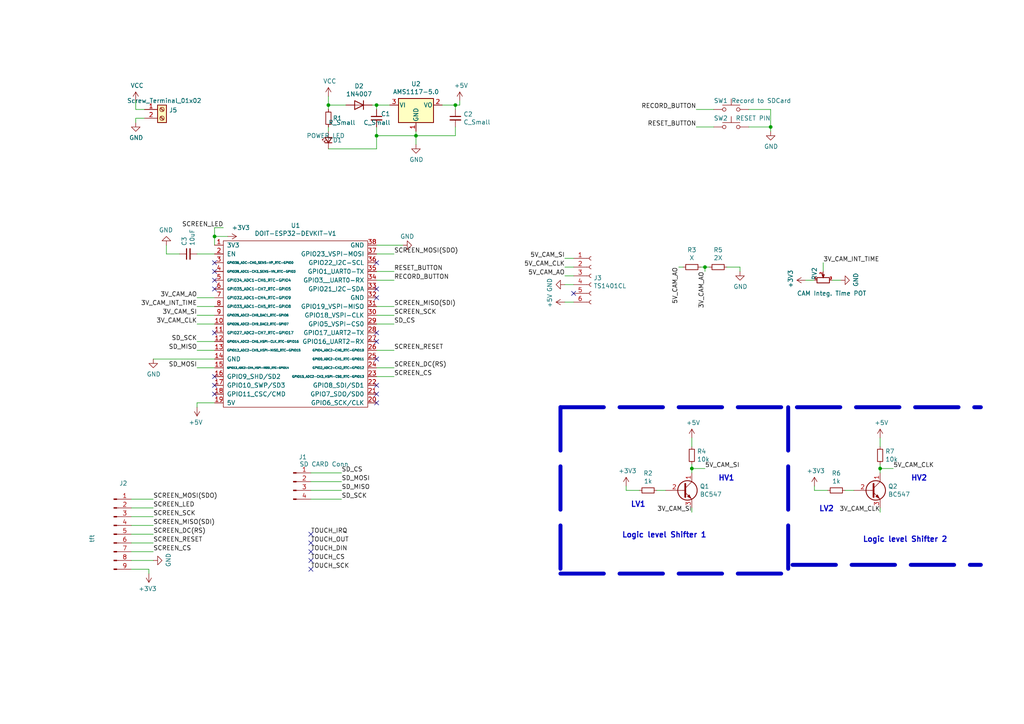
<source format=kicad_sch>
(kicad_sch (version 20211123) (generator eeschema)
  (paper "A4")
  (lib_symbols
    (symbol "Connector:Conn_01x04_Male" (pin_names (offset 1.016) hide)
      (property "Reference" "J" (at 0 5.08 0))
      (property "Value" "Conn_01x04_Male" (at 0 -7.62 0))
      (symbol "Conn_01x04_Male_1_1"
        (polyline (pts (xy 1.27 -5.08) (xy 0.8636 -5.08)) (stroke (width 0.1524)))
        (polyline (pts (xy 1.27 -2.54) (xy 0.8636 -2.54)) (stroke (width 0.1524)))
        (polyline (pts (xy 1.27 0) (xy 0.8636 0)) (stroke (width 0.1524)))
        (polyline (pts (xy 1.27 2.54) (xy 0.8636 2.54)) (stroke (width 0.1524)))
        (rectangle (start 0.8636 -4.953) (end 0 -5.207) (stroke (width 0.1524)) (fill (type outline)))
        (rectangle (start 0.8636 -2.413) (end 0 -2.667) (stroke (width 0.1524)) (fill (type outline)))
        (rectangle (start 0.8636 0.127) (end 0 -0.127) (stroke (width 0.1524)) (fill (type outline)))
        (rectangle (start 0.8636 2.667) (end 0 2.413) (stroke (width 0.1524)) (fill (type outline)))
        (pin passive line (at 5.08 2.54 180) (length 3.81) (name "Pin_1") (number "1"))
        (pin passive line (at 5.08 0 180) (length 3.81) (name "Pin_2") (number "2"))
        (pin passive line (at 5.08 -2.54 180) (length 3.81) (name "Pin_3") (number "3"))
        (pin passive line (at 5.08 -5.08 180) (length 3.81) (name "Pin_4") (number "4"))
      )
    )
    (symbol "Connector:Conn_01x06_Female" (pin_names (offset 1.016) hide)
      (property "Reference" "J" (at 0 7.62 0))
      (property "Value" "Conn_01x06_Female" (at 0 -10.16 0))
      (symbol "Conn_01x06_Female_1_1"
        (arc (start 0 -7.112) (mid -0.508 -7.62) (end 0 -8.128) (stroke (width 0.1524)))
        (arc (start 0 -4.572) (mid -0.508 -5.08) (end 0 -5.588) (stroke (width 0.1524)))
        (arc (start 0 -2.032) (mid -0.508 -2.54) (end 0 -3.048) (stroke (width 0.1524)))
        (polyline (pts (xy -1.27 -7.62) (xy -0.508 -7.62)) (stroke (width 0.1524)))
        (polyline (pts (xy -1.27 -5.08) (xy -0.508 -5.08)) (stroke (width 0.1524)))
        (polyline (pts (xy -1.27 -2.54) (xy -0.508 -2.54)) (stroke (width 0.1524)))
        (polyline (pts (xy -1.27 0) (xy -0.508 0)) (stroke (width 0.1524)))
        (polyline (pts (xy -1.27 2.54) (xy -0.508 2.54)) (stroke (width 0.1524)))
        (polyline (pts (xy -1.27 5.08) (xy -0.508 5.08)) (stroke (width 0.1524)))
        (arc (start 0 0.508) (mid -0.508 0) (end 0 -0.508) (stroke (width 0.1524)))
        (arc (start 0 3.048) (mid -0.508 2.54) (end 0 2.032) (stroke (width 0.1524)))
        (arc (start 0 5.588) (mid -0.508 5.08) (end 0 4.572) (stroke (width 0.1524)))
        (pin passive line (at -5.08 5.08 0) (length 3.81) (name "Pin_1") (number "1"))
        (pin passive line (at -5.08 2.54 0) (length 3.81) (name "Pin_2") (number "2"))
        (pin passive line (at -5.08 0 0) (length 3.81) (name "Pin_3") (number "3"))
        (pin passive line (at -5.08 -2.54 0) (length 3.81) (name "Pin_4") (number "4"))
        (pin passive line (at -5.08 -5.08 0) (length 3.81) (name "Pin_5") (number "5"))
        (pin passive line (at -5.08 -7.62 0) (length 3.81) (name "Pin_6") (number "6"))
      )
    )
    (symbol "Connector:Conn_01x09_Male" (pin_names (offset 1.016) hide)
      (property "Reference" "J" (at 0 12.7 0))
      (property "Value" "Conn_01x09_Male" (at 0 -12.7 0))
      (symbol "Conn_01x09_Male_1_1"
        (polyline (pts (xy 1.27 -10.16) (xy 0.8636 -10.16)) (stroke (width 0.1524)))
        (polyline (pts (xy 1.27 -7.62) (xy 0.8636 -7.62)) (stroke (width 0.1524)))
        (polyline (pts (xy 1.27 -5.08) (xy 0.8636 -5.08)) (stroke (width 0.1524)))
        (polyline (pts (xy 1.27 -2.54) (xy 0.8636 -2.54)) (stroke (width 0.1524)))
        (polyline (pts (xy 1.27 0) (xy 0.8636 0)) (stroke (width 0.1524)))
        (polyline (pts (xy 1.27 2.54) (xy 0.8636 2.54)) (stroke (width 0.1524)))
        (polyline (pts (xy 1.27 5.08) (xy 0.8636 5.08)) (stroke (width 0.1524)))
        (polyline (pts (xy 1.27 7.62) (xy 0.8636 7.62)) (stroke (width 0.1524)))
        (polyline (pts (xy 1.27 10.16) (xy 0.8636 10.16)) (stroke (width 0.1524)))
        (rectangle (start 0.8636 -10.033) (end 0 -10.287) (stroke (width 0.1524)) (fill (type outline)))
        (rectangle (start 0.8636 -7.493) (end 0 -7.747) (stroke (width 0.1524)) (fill (type outline)))
        (rectangle (start 0.8636 -4.953) (end 0 -5.207) (stroke (width 0.1524)) (fill (type outline)))
        (rectangle (start 0.8636 -2.413) (end 0 -2.667) (stroke (width 0.1524)) (fill (type outline)))
        (rectangle (start 0.8636 0.127) (end 0 -0.127) (stroke (width 0.1524)) (fill (type outline)))
        (rectangle (start 0.8636 2.667) (end 0 2.413) (stroke (width 0.1524)) (fill (type outline)))
        (rectangle (start 0.8636 5.207) (end 0 4.953) (stroke (width 0.1524)) (fill (type outline)))
        (rectangle (start 0.8636 7.747) (end 0 7.493) (stroke (width 0.1524)) (fill (type outline)))
        (rectangle (start 0.8636 10.287) (end 0 10.033) (stroke (width 0.1524)) (fill (type outline)))
        (pin passive line (at 5.08 10.16 180) (length 3.81) (name "Pin_1") (number "1"))
        (pin passive line (at 5.08 7.62 180) (length 3.81) (name "Pin_2") (number "2"))
        (pin passive line (at 5.08 5.08 180) (length 3.81) (name "Pin_3") (number "3"))
        (pin passive line (at 5.08 2.54 180) (length 3.81) (name "Pin_4") (number "4"))
        (pin passive line (at 5.08 0 180) (length 3.81) (name "Pin_5") (number "5"))
        (pin passive line (at 5.08 -2.54 180) (length 3.81) (name "Pin_6") (number "6"))
        (pin passive line (at 5.08 -5.08 180) (length 3.81) (name "Pin_7") (number "7"))
        (pin passive line (at 5.08 -7.62 180) (length 3.81) (name "Pin_8") (number "8"))
        (pin passive line (at 5.08 -10.16 180) (length 3.81) (name "Pin_9") (number "9"))
      )
    )
    (symbol "Connector:Screw_Terminal_01x02" (pin_names (offset 1.016) hide)
      (property "Reference" "J" (at 0 2.54 0))
      (property "Value" "Screw_Terminal_01x02" (at 0 -5.08 0))
      (symbol "Screw_Terminal_01x02_1_1"
        (rectangle (start -1.27 1.27) (end 1.27 -3.81) (stroke (width 0.254)) (fill (type background)))
        (circle (center 0 -2.54) (radius 0.635) (stroke (width 0.1524)))
        (polyline (pts (xy -0.5334 -2.2098) (xy 0.3302 -3.048)) (stroke (width 0.1524)))
        (polyline (pts (xy -0.5334 0.3302) (xy 0.3302 -0.508)) (stroke (width 0.1524)))
        (polyline (pts (xy -0.3556 -2.032) (xy 0.508 -2.8702)) (stroke (width 0.1524)))
        (polyline (pts (xy -0.3556 0.508) (xy 0.508 -0.3302)) (stroke (width 0.1524)))
        (circle (center 0 0) (radius 0.635) (stroke (width 0.1524)))
        (pin passive line (at -5.08 0 0) (length 3.81) (name "Pin_1") (number "1"))
        (pin passive line (at -5.08 -2.54 0) (length 3.81) (name "Pin_2") (number "2"))
      )
    )
    (symbol "Device:C_Small" (pin_numbers hide) (pin_names (offset 0.254) hide)
      (property "Reference" "C" (at 0.254 1.778 0))
      (property "Value" "C_Small" (at 0.254 -2.032 0))
      (symbol "C_Small_0_1"
        (polyline (pts (xy -1.524 -0.508) (xy 1.524 -0.508)) (stroke (width 0.3302)))
        (polyline (pts (xy -1.524 0.508) (xy 1.524 0.508)) (stroke (width 0.3048)))
      )
      (symbol "C_Small_1_1"
        (pin passive line (at 0 2.54 270) (length 2.032) (name "~") (number "1"))
        (pin passive line (at 0 -2.54 90) (length 2.032) (name "~") (number "2"))
      )
    )
    (symbol "Device:LED_Small" (pin_numbers hide) (pin_names (offset 0.254) hide)
      (property "Reference" "D" (at -1.27 3.175 0))
      (property "Value" "LED_Small" (at -4.445 -2.54 0))
      (symbol "LED_Small_0_1"
        (polyline (pts (xy -0.762 -1.016) (xy -0.762 1.016)) (stroke (width 0.254)))
        (polyline (pts (xy 1.016 0) (xy -0.762 0)))
        (polyline (pts (xy 0.762 -1.016) (xy -0.762 0) (xy 0.762 1.016) (xy 0.762 -1.016)) (stroke (width 0.254)))
        (polyline (pts (xy 0 0.762) (xy -0.508 1.27) (xy -0.254 1.27) (xy -0.508 1.27) (xy -0.508 1.016)))
        (polyline (pts (xy 0.508 1.27) (xy 0 1.778) (xy 0.254 1.778) (xy 0 1.778) (xy 0 1.524)))
      )
      (symbol "LED_Small_1_1"
        (pin passive line (at -2.54 0 0) (length 1.778) (name "K") (number "1"))
        (pin passive line (at 2.54 0 180) (length 1.778) (name "A") (number "2"))
      )
    )
    (symbol "Device:R_Small" (pin_numbers hide) (pin_names (offset 0.254) hide)
      (property "Reference" "R" (at 0.762 0.508 0))
      (property "Value" "R_Small" (at 0.762 -1.016 0))
      (symbol "R_Small_0_1"
        (rectangle (start -0.762 1.778) (end 0.762 -1.778) (stroke (width 0.2032)))
      )
      (symbol "R_Small_1_1"
        (pin passive line (at 0 2.54 270) (length 0.762) (name "~") (number "1"))
        (pin passive line (at 0 -2.54 90) (length 0.762) (name "~") (number "2"))
      )
    )
    (symbol "Diode:1N4007" (pin_numbers hide) (pin_names (offset 1.016) hide)
      (property "Reference" "D" (at 0 2.54 0))
      (property "Value" "1N4007" (at 0 -2.54 0))
      (symbol "1N4007_0_1"
        (polyline (pts (xy -1.27 1.27) (xy -1.27 -1.27)) (stroke (width 0.254)))
        (polyline (pts (xy 1.27 0) (xy -1.27 0)))
        (polyline (pts (xy 1.27 1.27) (xy 1.27 -1.27) (xy -1.27 0) (xy 1.27 1.27)) (stroke (width 0.254)))
      )
      (symbol "1N4007_1_1"
        (pin passive line (at -3.81 0 0) (length 2.54) (name "K") (number "1"))
        (pin passive line (at 3.81 0 180) (length 2.54) (name "A") (number "2"))
      )
    )
    (symbol "Regulator_Linear:AMS1117-5.0" (pin_names (offset 0.254))
      (property "Reference" "U" (at -3.81 3.175 0))
      (property "Value" "AMS1117-5.0" (at 0 3.175 0))
      (symbol "AMS1117-5.0_0_1"
        (rectangle (start -5.08 -5.08) (end 5.08 1.905) (stroke (width 0.254)) (fill (type background)))
      )
      (symbol "AMS1117-5.0_1_1"
        (pin power_in line (at 0 -7.62 90) (length 2.54) (name "GND") (number "1"))
        (pin power_out line (at 7.62 0 180) (length 2.54) (name "VO") (number "2"))
        (pin power_in line (at -7.62 0 0) (length 2.54) (name "VI") (number "3"))
      )
    )
    (symbol "Switch:SW_Push" (pin_numbers hide) (pin_names (offset 1.016) hide)
      (property "Reference" "SW" (at 1.27 2.54 0))
      (property "Value" "SW_Push" (at 0 -1.524 0))
      (symbol "SW_Push_0_1"
        (circle (center -2.032 0) (radius 0.508))
        (polyline (pts (xy 0 1.27) (xy 0 3.048)))
        (polyline (pts (xy 2.54 1.27) (xy -2.54 1.27)))
        (circle (center 2.032 0) (radius 0.508))
        (pin passive line (at -5.08 0 0) (length 2.54) (name "1") (number "1"))
        (pin passive line (at 5.08 0 180) (length 2.54) (name "2") (number "2"))
      )
    )
    (symbol "Transistor_BJT:BC547" (pin_names (offset 0) hide)
      (property "Reference" "Q" (at 5.08 1.905 0))
      (property "Value" "BC547" (at 5.08 0 0))
      (symbol "BC547_0_1"
        (polyline (pts (xy 0 0) (xy 0.635 0)))
        (polyline (pts (xy 0.635 0.635) (xy 2.54 2.54)))
        (polyline (pts (xy 0.635 -0.635) (xy 2.54 -2.54) (xy 2.54 -2.54)))
        (polyline (pts (xy 0.635 1.905) (xy 0.635 -1.905) (xy 0.635 -1.905)) (stroke (width 0.508)))
        (polyline (pts (xy 1.27 -1.778) (xy 1.778 -1.27) (xy 2.286 -2.286) (xy 1.27 -1.778) (xy 1.27 -1.778)) (fill (type outline)))
        (circle (center 1.27 0) (radius 2.8194) (stroke (width 0.254)))
      )
      (symbol "BC547_1_1"
        (pin passive line (at 2.54 5.08 270) (length 2.54) (name "C") (number "1"))
        (pin input line (at -5.08 0 0) (length 5.08) (name "B") (number "2"))
        (pin passive line (at 2.54 -5.08 90) (length 2.54) (name "E") (number "3"))
      )
    )
    (symbol "power:+3.3V" (power) (pin_names (offset 0))
      (property "Value" "+3.3V" (at 0 3.556 0))
      (symbol "+3.3V_0_1"
        (polyline (pts (xy -0.762 1.27) (xy 0 2.54)))
        (polyline (pts (xy 0 0) (xy 0 2.54)))
        (polyline (pts (xy 0 2.54) (xy 0.762 1.27)))
      )
      (symbol "+3.3V_1_1"
        (pin power_in line (at 0 0 90) (length 0) hide (name "+3V3") (number "1"))
      )
    )
    (symbol "power:+5V" (power) (pin_names (offset 0))
      (property "Value" "+5V" (at 0 3.556 0))
      (symbol "+5V_0_1"
        (polyline (pts (xy -0.762 1.27) (xy 0 2.54)))
        (polyline (pts (xy 0 0) (xy 0 2.54)))
        (polyline (pts (xy 0 2.54) (xy 0.762 1.27)))
      )
      (symbol "+5V_1_1"
        (pin power_in line (at 0 0 90) (length 0) hide (name "+5V") (number "1"))
      )
    )
    (symbol "power:GND" (power) (pin_names (offset 0))
      (property "Value" "GND" (at 0 -3.81 0))
      (symbol "GND_0_1"
        (polyline (pts (xy 0 0) (xy 0 -1.27) (xy 1.27 -1.27) (xy 0 -2.54) (xy -1.27 -1.27) (xy 0 -1.27)))
      )
      (symbol "GND_1_1"
        (pin power_in line (at 0 0 270) (length 0) hide (name "GND") (number "1"))
      )
    )
    (symbol "power:VCC" (power) (pin_names (offset 0))
      (property "Value" "VCC" (at 0 3.81 0))
      (symbol "VCC_0_1"
        (polyline (pts (xy -0.762 1.27) (xy 0 2.54)))
        (polyline (pts (xy 0 0) (xy 0 2.54)))
        (polyline (pts (xy 0 2.54) (xy 0.762 1.27)))
      )
      (symbol "VCC_1_1"
        (pin power_in line (at 0 0 90) (length 0) hide (name "VCC") (number "1"))
      )
    )
    (symbol "test-rescue:DOIT-ESP32-DEVKIT-V1-doit-esp32-devkit-v1-36PIN" (pin_names (offset 1.016))
      (property "Reference" "U" (at -1.27 11.43 0))
      (property "Value" "DOIT-ESP32-DEVKIT-V1-doit-esp32-devkit-v1-36PIN" (at 0 13.97 0))
      (symbol "DOIT-ESP32-DEVKIT-V1-doit-esp32-devkit-v1-36PIN_0_1"
        (rectangle (start 20.32 10.16) (end -21.59 -38.1))
      )
      (symbol "DOIT-ESP32-DEVKIT-V1-doit-esp32-devkit-v1-36PIN_1_1"
        (pin output line (at -24.13 8.89 0) (length 2.54) (name "3V3") (number "1"))
        (pin bidirectional line (at -24.13 -13.97 0) (length 2.54) (name "GPIO26_ADC2-CH9_DAC2_RTC-GPIO7") (number "10"))
        (pin bidirectional line (at -24.13 -16.51 0) (length 2.54) (name "GPIO27_ADC2-CH7_RTC-GPIO17") (number "11"))
        (pin bidirectional line (at -24.13 -19.05 0) (length 2.54) (name "GPIO14_ADC2-CH6_HSPI-CLK_RTC-GPIO16") (number "12"))
        (pin bidirectional line (at -24.13 -21.59 0) (length 2.54) (name "GPIO12_ADC2-CH5_HSPI-MISO_RTC-GPIO15") (number "13"))
        (pin bidirectional line (at -24.13 -24.13 0) (length 2.54) (name "GND") (number "14"))
        (pin bidirectional line (at -24.13 -26.67 0) (length 2.54) (name "GPIO13_ADC2-CH4_HSPI-MOSI_RTC-GPIO14") (number "15"))
        (pin unspecified line (at -24.13 -29.21 0) (length 2.54) (name "GPIO9_SHD/SD2") (number "16"))
        (pin unspecified line (at -24.13 -31.75 0) (length 2.54) (name "GPIO10_SWP/SD3") (number "17"))
        (pin unspecified line (at -24.13 -34.29 0) (length 2.54) (name "GPIO11_CSC/CMD") (number "18"))
        (pin bidirectional line (at -24.13 -36.83 0) (length 2.54) (name "5V") (number "19"))
        (pin output line (at -24.13 6.35 0) (length 2.54) (name "EN") (number "2"))
        (pin unspecified line (at 22.86 -36.83 180) (length 2.54) (name "GPIO6_SCK/CLK") (number "20"))
        (pin unspecified line (at 22.86 -34.29 180) (length 2.54) (name "GPIO7_SDO/SD0") (number "21"))
        (pin unspecified line (at 22.86 -31.75 180) (length 2.54) (name "GPIO8_SDI/SD1") (number "22"))
        (pin bidirectional line (at 22.86 -29.21 180) (length 2.54) (name "GPIO15_ADC2-CH3_HSPI-CS0_RTC-GPIO13") (number "23"))
        (pin bidirectional line (at 22.86 -26.67 180) (length 2.54) (name "GPIO2_ADC2-CH2_RTC-GPIO12") (number "24"))
        (pin bidirectional line (at 22.86 -24.13 180) (length 2.54) (name "GPIO0_ADC2-CH1_RTC-GPIO11") (number "25"))
        (pin bidirectional line (at 22.86 -21.59 180) (length 2.54) (name "GPIO4_ADC2-CH0_RTC-GPIO10") (number "26"))
        (pin bidirectional line (at 22.86 -19.05 180) (length 2.54) (name "GPIO16_UART2-RX") (number "27"))
        (pin bidirectional line (at 22.86 -16.51 180) (length 2.54) (name "GPIO17_UART2-TX") (number "28"))
        (pin bidirectional line (at 22.86 -13.97 180) (length 2.54) (name "GPIO5_VSPI-CS0") (number "29"))
        (pin bidirectional line (at -24.13 3.81 0) (length 2.54) (name "GPIO36_ADC-CH0_SENS-VP_RTC-GPIO0") (number "3"))
        (pin bidirectional line (at 22.86 -11.43 180) (length 2.54) (name "GPIO18_VSPI-CLK") (number "30"))
        (pin bidirectional line (at 22.86 -8.89 180) (length 2.54) (name "GPIO19_VSPI-MISO") (number "31"))
        (pin output line (at 22.86 -6.35 180) (length 2.54) (name "GND") (number "32"))
        (pin bidirectional line (at 22.86 -3.81 180) (length 2.54) (name "GPIO21_I2C-SDA") (number "33"))
        (pin bidirectional line (at 22.86 -1.27 180) (length 2.54) (name "GPIO3__UART0-RX") (number "34"))
        (pin bidirectional line (at 22.86 1.27 180) (length 2.54) (name "GPIO1_UART0-TX") (number "35"))
        (pin bidirectional line (at 22.86 3.81 180) (length 2.54) (name "GPIO22_I2C-SCL") (number "36"))
        (pin bidirectional line (at 22.86 6.35 180) (length 2.54) (name "GPIO23_VSPI-MOSI") (number "37"))
        (pin output line (at 22.86 8.89 180) (length 2.54) (name "GND") (number "38"))
        (pin bidirectional line (at -24.13 1.27 0) (length 2.54) (name "GPIO39_ADC1-CH3_SENS-VN_RTC-GPIO3") (number "4"))
        (pin bidirectional line (at -24.13 -1.27 0) (length 2.54) (name "GPIO34_ADC1-CH6_RTC-GPIO4") (number "5"))
        (pin bidirectional line (at -24.13 -3.81 0) (length 2.54) (name "GPIO35_ADC1-CH7_RTC-GPIO5") (number "6"))
        (pin bidirectional line (at -24.13 -6.35 0) (length 2.54) (name "GPIO32_ADC1-CH4_RTC-GPIO9") (number "7"))
        (pin bidirectional line (at -24.13 -8.89 0) (length 2.54) (name "GPIO33_ADC1-CH5_RTC-GPIO8") (number "8"))
        (pin bidirectional line (at -24.13 -11.43 0) (length 2.54) (name "GPIO25_ADC2-CH8_DAC1_RTC-GPIO6") (number "9"))
      )
    )
    (symbol "test-rescue:R_POT_Small-Device" (pin_names (offset 1.016) hide)
      (property "Reference" "RV" (at -4.445 0 90))
      (property "Value" "R_POT_Small-Device" (at -2.54 0 90))
      (symbol "R_POT_Small-Device_0_1"
        (polyline (pts (xy 0.889 0) (xy 0.635 0) (xy 1.651 0.381) (xy 1.651 -0.381) (xy 0.635 0) (xy 0.889 0)) (fill (type outline)))
        (rectangle (start 0.762 1.8034) (end -0.762 -1.8034) (stroke (width 0.254)))
      )
      (symbol "R_POT_Small-Device_1_1"
        (pin passive line (at 0 2.54 270) (length 0.635) (name "1") (number "1"))
        (pin passive line (at 2.54 0 180) (length 0.9906) (name "2") (number "2"))
        (pin passive line (at 0 -2.54 90) (length 0.635) (name "3") (number "3"))
      )
    )
  )
  (junction (at 62.23 68.58))
  (junction (at 109.22 30.48))
  (junction (at 204.47 77.47))
  (junction (at 109.22 39.37))
  (junction (at 255.27 135.89))
  (junction (at 200.66 135.89))
  (junction (at 132.08 30.48))
  (junction (at 223.52 36.83))
  (junction (at 95.25 30.48))
  (junction (at 120.65 39.37))
  (no_connect (at 109.22 96.52))
  (no_connect (at 62.23 109.22))
  (no_connect (at 109.22 116.84))
  (no_connect (at 109.22 76.2))
  (no_connect (at 62.23 83.82))
  (no_connect (at 90.17 162.56))
  (no_connect (at 62.23 96.52))
  (no_connect (at 62.23 76.2))
  (no_connect (at 90.17 165.1))
  (no_connect (at 90.17 157.48))
  (no_connect (at 62.23 81.28))
  (no_connect (at 109.22 99.06))
  (no_connect (at 62.23 78.74))
  (no_connect (at 109.22 111.76))
  (no_connect (at 166.37 85.09))
  (no_connect (at 90.17 154.94))
  (no_connect (at 109.22 83.82))
  (no_connect (at 62.23 111.76))
  (no_connect (at 62.23 114.3))
  (no_connect (at 109.22 104.14))
  (no_connect (at 90.17 160.02))
  (no_connect (at 109.22 114.3))
  (no_connect (at 109.22 86.36))
  (wire (pts (xy 109.22 39.37) (xy 109.22 36.83)))
  (wire (pts (xy 114.3 81.28) (xy 109.22 81.28)))
  (wire (pts (xy 128.27 30.48) (xy 132.08 30.48)))
  (wire (pts (xy 132.08 30.48) (xy 132.08 31.75)))
  (wire (pts (xy 90.17 139.7) (xy 99.06 139.7)))
  (polyline (pts (xy 229.87 163.83) (xy 284.48 163.83)) (stroke (width 1.143)))
  (wire (pts (xy 255.27 135.89) (xy 255.27 137.16)))
  (wire (pts (xy 114.3 88.9) (xy 109.22 88.9)))
  (wire (pts (xy 62.23 99.06) (xy 57.15 99.06)))
  (wire (pts (xy 255.27 129.54) (xy 255.27 127)))
  (wire (pts (xy 200.66 129.54) (xy 200.66 127)))
  (polyline (pts (xy 162.56 118.11) (xy 162.56 166.37)) (stroke (width 1.143)))
  (wire (pts (xy 38.1 144.78) (xy 44.45 144.78)))
  (wire (pts (xy 114.3 101.6) (xy 109.22 101.6)))
  (wire (pts (xy 200.66 134.62) (xy 200.66 135.89)))
  (wire (pts (xy 114.3 106.68) (xy 109.22 106.68)))
  (wire (pts (xy 57.15 73.66) (xy 62.23 73.66)))
  (wire (pts (xy 132.08 39.37) (xy 120.65 39.37)))
  (wire (pts (xy 223.52 36.83) (xy 223.52 38.1)))
  (wire (pts (xy 214.63 78.74) (xy 214.63 77.47)))
  (wire (pts (xy 166.37 87.63) (xy 163.83 87.63)))
  (wire (pts (xy 114.3 93.98) (xy 109.22 93.98)))
  (wire (pts (xy 120.65 38.1) (xy 120.65 39.37)))
  (wire (pts (xy 207.01 31.75) (xy 201.93 31.75)))
  (wire (pts (xy 38.1 165.1) (xy 43.18 165.1)))
  (wire (pts (xy 57.15 91.44) (xy 62.23 91.44)))
  (wire (pts (xy 113.03 30.48) (xy 109.22 30.48)))
  (polyline (pts (xy 228.6 118.11) (xy 228.6 166.37)) (stroke (width 1.143)))
  (wire (pts (xy 120.65 39.37) (xy 109.22 39.37)))
  (wire (pts (xy 205.74 77.47) (xy 204.47 77.47)))
  (wire (pts (xy 48.26 73.66) (xy 48.26 71.12)))
  (wire (pts (xy 57.15 88.9) (xy 62.23 88.9)))
  (wire (pts (xy 38.1 162.56) (xy 44.45 162.56)))
  (wire (pts (xy 198.12 77.47) (xy 196.85 77.47)))
  (wire (pts (xy 39.37 29.21) (xy 39.37 31.75)))
  (wire (pts (xy 109.22 30.48) (xy 109.22 31.75)))
  (wire (pts (xy 200.66 148.59) (xy 200.66 147.32)))
  (wire (pts (xy 190.5 142.24) (xy 193.04 142.24)))
  (wire (pts (xy 95.25 27.94) (xy 95.25 30.48)))
  (wire (pts (xy 62.23 101.6) (xy 57.15 101.6)))
  (wire (pts (xy 166.37 82.55) (xy 163.83 82.55)))
  (wire (pts (xy 223.52 31.75) (xy 223.52 36.83)))
  (wire (pts (xy 109.22 43.18) (xy 109.22 39.37)))
  (wire (pts (xy 238.76 78.74) (xy 238.76 76.2)))
  (wire (pts (xy 95.25 36.83) (xy 95.25 38.1)))
  (wire (pts (xy 255.27 148.59) (xy 255.27 147.32)))
  (wire (pts (xy 90.17 137.16) (xy 99.06 137.16)))
  (wire (pts (xy 100.33 30.48) (xy 95.25 30.48)))
  (wire (pts (xy 109.22 30.48) (xy 107.95 30.48)))
  (wire (pts (xy 62.23 68.58) (xy 66.04 68.58)))
  (wire (pts (xy 236.22 142.24) (xy 236.22 140.97)))
  (wire (pts (xy 133.35 29.21) (xy 133.35 30.48)))
  (wire (pts (xy 38.1 160.02) (xy 44.45 160.02)))
  (wire (pts (xy 217.17 31.75) (xy 223.52 31.75)))
  (wire (pts (xy 52.07 73.66) (xy 48.26 73.66)))
  (wire (pts (xy 41.91 34.29) (xy 39.37 34.29)))
  (wire (pts (xy 133.35 30.48) (xy 132.08 30.48)))
  (wire (pts (xy 114.3 91.44) (xy 109.22 91.44)))
  (wire (pts (xy 116.84 71.12) (xy 109.22 71.12)))
  (wire (pts (xy 200.66 135.89) (xy 204.47 135.89)))
  (wire (pts (xy 44.45 152.4) (xy 38.1 152.4)))
  (wire (pts (xy 255.27 135.89) (xy 259.08 135.89)))
  (wire (pts (xy 166.37 80.01) (xy 163.83 80.01)))
  (wire (pts (xy 38.1 147.32) (xy 44.45 147.32)))
  (wire (pts (xy 240.03 142.24) (xy 236.22 142.24)))
  (wire (pts (xy 44.45 104.14) (xy 62.23 104.14)))
  (wire (pts (xy 204.47 78.74) (xy 204.47 77.47)))
  (wire (pts (xy 204.47 77.47) (xy 203.2 77.47)))
  (polyline (pts (xy 162.56 166.37) (xy 228.6 166.37)) (stroke (width 1.143)))
  (wire (pts (xy 200.66 135.89) (xy 200.66 137.16)))
  (wire (pts (xy 95.25 31.75) (xy 95.25 30.48)))
  (wire (pts (xy 185.42 142.24) (xy 181.61 142.24)))
  (wire (pts (xy 207.01 36.83) (xy 201.93 36.83)))
  (wire (pts (xy 38.1 157.48) (xy 44.45 157.48)))
  (wire (pts (xy 90.17 142.24) (xy 99.06 142.24)))
  (wire (pts (xy 243.84 81.28) (xy 241.3 81.28)))
  (wire (pts (xy 62.23 106.68) (xy 57.15 106.68)))
  (wire (pts (xy 166.37 77.47) (xy 163.83 77.47)))
  (wire (pts (xy 114.3 73.66) (xy 109.22 73.66)))
  (wire (pts (xy 132.08 36.83) (xy 132.08 39.37)))
  (wire (pts (xy 62.23 116.84) (xy 57.15 116.84)))
  (wire (pts (xy 245.11 142.24) (xy 247.65 142.24)))
  (wire (pts (xy 181.61 142.24) (xy 181.61 140.97)))
  (wire (pts (xy 64.77 66.04) (xy 62.23 66.04)))
  (wire (pts (xy 57.15 116.84) (xy 57.15 118.11)))
  (wire (pts (xy 114.3 109.22) (xy 109.22 109.22)))
  (wire (pts (xy 95.25 43.18) (xy 109.22 43.18)))
  (polyline (pts (xy 162.56 118.11) (xy 284.48 118.11)) (stroke (width 1.143)))
  (wire (pts (xy 41.91 31.75) (xy 39.37 31.75)))
  (wire (pts (xy 214.63 77.47) (xy 210.82 77.47)))
  (wire (pts (xy 90.17 144.78) (xy 99.06 144.78)))
  (wire (pts (xy 62.23 66.04) (xy 62.23 68.58)))
  (wire (pts (xy 62.23 71.12) (xy 62.23 68.58)))
  (wire (pts (xy 38.1 154.94) (xy 44.45 154.94)))
  (wire (pts (xy 38.1 149.86) (xy 44.45 149.86)))
  (wire (pts (xy 43.18 166.37) (xy 43.18 165.1)))
  (wire (pts (xy 255.27 134.62) (xy 255.27 135.89)))
  (wire (pts (xy 39.37 34.29) (xy 39.37 35.56)))
  (wire (pts (xy 236.22 81.28) (xy 233.68 81.28)))
  (wire (pts (xy 120.65 39.37) (xy 120.65 41.91)))
  (wire (pts (xy 217.17 36.83) (xy 223.52 36.83)))
  (wire (pts (xy 62.23 93.98) (xy 57.15 93.98)))
  (wire (pts (xy 57.15 86.36) (xy 62.23 86.36)))
  (wire (pts (xy 114.3 78.74) (xy 109.22 78.74)))
  (wire (pts (xy 166.37 74.93) (xy 163.83 74.93)))
  (text "HV2" (at 264.16 139.7 0) (effects (font (size 1.5494 1.5494) (thickness 0.3099) bold) (justify left bottom)))
  (text "LV1" (at 182.88 147.32 0) (effects (font (size 1.5494 1.5494) (thickness 0.3099) bold) (justify left bottom)))
  (text "Logic level Shifter 2" (at 250.19 157.48 0) (effects (font (size 1.5494 1.5494) (thickness 0.3099) bold) (justify left bottom)))
  (text "LV2" (at 237.49 148.59 0) (effects (font (size 1.5494 1.5494) (thickness 0.3099) bold) (justify left bottom)))
  (text "HV1" (at 208.28 139.7 0) (effects (font (size 1.5494 1.5494) (thickness 0.3099) bold) (justify left bottom)))
  (text "Logic level Shifter 1" (at 180.34 156.21 0) (effects (font (size 1.5494 1.5494) (thickness 0.3099) bold) (justify left bottom)))
  (label "5V_CAM_CLK" (at 163.83 77.47 180))
  (label "SD_MOSI" (at 57.15 106.68 180))
  (label "SCREEN_LED" (at 44.45 147.32 0))
  (label "SD_CS" (at 114.3 93.98 0))
  (label "SCREEN_RESET" (at 114.3 101.6 0))
  (label "SD_SCK" (at 99.06 144.78 0))
  (label "RECORD_BUTTON" (at 201.93 31.75 180))
  (label "RECORD_BUTTON" (at 114.3 81.28 0))
  (label "SCREEN_DC(RS)" (at 114.3 106.68 0))
  (label "SCREEN_MISO(SDI)" (at 114.3 88.9 0))
  (label "5V_CAM_SI" (at 163.83 74.93 180))
  (label "3V_CAM_INT_TIME" (at 238.76 76.2 0))
  (label "SCREEN_CS" (at 44.45 160.02 0))
  (label "SCREEN_SCK" (at 44.45 149.86 0))
  (label "TOUCH_DIN" (at 90.17 160.02 0))
  (label "SCREEN_RESET" (at 44.45 157.48 0))
  (label "3V_CAM_CLK" (at 57.15 93.98 180))
  (label "SCREEN_LED" (at 64.77 66.04 180))
  (label "SD_CS" (at 99.06 137.16 0))
  (label "SCREEN_MOSI(SDO)" (at 44.45 144.78 0))
  (label "SCREEN_SCK" (at 114.3 91.44 0))
  (label "3V_CAM_SI" (at 200.66 148.59 180))
  (label "5V_CAM_AO" (at 163.83 80.01 180))
  (label "3V_CAM_AO" (at 57.15 86.36 180))
  (label "TOUCH_SCK" (at 90.17 165.1 0))
  (label "SCREEN_MOSI(SDO)" (at 114.3 73.66 0))
  (label "5V_CAM_CLK" (at 259.08 135.89 0))
  (label "RESET_BUTTON" (at 201.93 36.83 180))
  (label "SCREEN_MISO(SDI)" (at 44.45 152.4 0))
  (label "TOUCH_CS" (at 90.17 162.56 0))
  (label "3V_CAM_SI" (at 57.15 91.44 180))
  (label "5V_CAM_SI" (at 204.47 135.89 0))
  (label "3V_CAM_CLK" (at 255.27 148.59 180))
  (label "SCREEN_DC(RS)" (at 44.45 154.94 0))
  (label "SD_SCK" (at 57.15 99.06 180))
  (label "RESET_BUTTON" (at 114.3 78.74 0))
  (label "SD_MISO" (at 57.15 101.6 180))
  (label "3V_CAM_AO" (at 204.47 78.74 270))
  (label "SCREEN_CS" (at 114.3 109.22 0))
  (label "SD_MOSI" (at 99.06 139.7 0))
  (label "TOUCH_IRQ" (at 90.17 154.94 0))
  (label "SD_MISO" (at 99.06 142.24 0))
  (label "5V_CAM_AO" (at 196.85 77.47 270))
  (label "3V_CAM_INT_TIME" (at 57.15 88.9 180))
  (label "TOUCH_OUT" (at 90.17 157.48 0))
  (symbol (lib_id "Connector:Conn_01x06_Female") (at 171.45 80.01 0) (unit 1)
    (property "Reference" "J3" (at 172.1612 80.6196 0) (effects (justify left)))
    (property "Value" "TS1401CL" (at 172.1612 82.931 0) (effects (justify left)))
    (property "Footprint" "Connector_PinSocket_2.54mm:PinSocket_1x06_P2.54mm_Vertical" (effects hide))
  )
  (symbol (lib_id "Regulator_Linear:AMS1117-5.0") (at 120.65 30.48 0) (unit 1)
    (property "Reference" "U2" (at 120.65 24.3332 0))
    (property "Value" "AMS1117-5.0" (at 120.65 26.6446 0))
    (property "Footprint" "Package_TO_SOT_SMD:SOT-223-3_TabPin2" (effects hide))
    (property "Datasheet" "http://www.advanced-monolithic.com/pdf/ds1117.pdf" (effects hide))
  )
  (symbol (lib_id "Device:C_Small") (at 109.22 34.29 0) (unit 1)
    (property "Reference" "C1" (at 110.49 33.02 0) (effects (justify left)))
    (property "Value" "C_Small" (at 105.41 35.56 0) (effects (justify left)))
    (property "Footprint" "Capacitor_THT:C_Radial_D6.3mm_H7.0mm_P2.50mm" (effects hide))
  )
  (symbol (lib_id "Device:C_Small") (at 132.08 34.29 0) (unit 1)
    (property "Reference" "C2" (at 134.4168 33.1216 0) (effects (justify left)))
    (property "Value" "C_Small" (at 134.4168 35.433 0) (effects (justify left)))
    (property "Footprint" "Capacitor_THT:C_Radial_D6.3mm_H7.0mm_P2.50mm" (effects hide))
  )
  (symbol (lib_id "power:VCC") (at 95.25 27.94 0) (unit 1)
    (property "Reference" "#PWR0101" (effects hide))
    (property "Value" "VCC" (at 95.631 23.5458 0))
  )
  (symbol (lib_id "power:GND") (at 120.65 41.91 0) (unit 1)
    (property "Reference" "#PWR0102" (effects hide))
    (property "Value" "GND" (at 120.777 46.3042 0))
  )
  (symbol (lib_id "power:+5V") (at 133.35 29.21 0) (unit 1)
    (property "Reference" "#PWR0103" (effects hide))
    (property "Value" "+5V" (at 133.731 24.8158 0))
  )
  (symbol (lib_id "Connector:Conn_01x04_Male") (at 85.09 139.7 0) (unit 1)
    (property "Reference" "J1" (at 87.8332 132.5626 0))
    (property "Value" "SD CARD Conn" (at 93.98 134.62 0))
    (property "Footprint" "Connector_PinSocket_2.54mm:PinSocket_1x04_P2.54mm_Vertical" (effects hide))
  )
  (symbol (lib_id "Diode:1N4007") (at 104.14 30.48 180) (unit 1)
    (property "Reference" "D2" (at 104.14 24.9682 0))
    (property "Value" "1N4007" (at 104.14 27.2796 0))
    (property "Footprint" "Diode_THT:D_DO-41_SOD81_P10.16mm_Horizontal" (effects hide))
    (property "Datasheet" "http://www.vishay.com/docs/88503/1n4001.pdf" (effects hide))
  )
  (symbol (lib_id "Device:R_Small") (at 95.25 34.29 0) (unit 1)
    (property "Reference" "R1" (at 96.52 34.29 0) (effects (justify left)))
    (property "Value" "R_Small" (at 95.25 35.56 0) (effects (justify left)))
    (property "Footprint" "Resistor_THT:R_Axial_DIN0411_L9.9mm_D3.6mm_P12.70mm_Horizontal" (effects hide))
  )
  (symbol (lib_id "Device:LED_Small") (at 95.25 40.64 90) (unit 1)
    (property "Reference" "D1" (at 96.52 40.64 90) (effects (justify right)))
    (property "Value" "POWER_LED" (at 88.9 39.37 90) (effects (justify right)))
    (property "Footprint" "LED_THT:LED_D5.0mm_Clear" (effects hide))
  )
  (symbol (lib_id "power:+5V") (at 163.83 87.63 90) (unit 1)
    (property "Reference" "#PWR0109" (effects hide))
    (property "Value" "+5V" (at 159.4358 87.249 0))
  )
  (symbol (lib_id "power:+3.3V") (at 66.04 68.58 270) (unit 1)
    (property "Reference" "#PWR06" (effects hide))
    (property "Value" "+3.3V" (at 69.85 66.04 90))
  )
  (symbol (lib_id "power:+3.3V") (at 43.18 166.37 180) (unit 1)
    (property "Reference" "#PWR01" (effects hide))
    (property "Value" "+3.3V" (at 42.799 170.7642 0))
  )
  (symbol (lib_id "power:GND") (at 163.83 82.55 270) (unit 1)
    (property "Reference" "#PWR08" (effects hide))
    (property "Value" "GND" (at 159.4358 82.677 0))
  )
  (symbol (lib_id "power:GND") (at 44.45 162.56 90) (unit 1)
    (property "Reference" "#PWR02" (effects hide))
    (property "Value" "GND" (at 48.8442 162.433 0))
  )
  (symbol (lib_id "Device:R_Small") (at 200.66 77.47 270) (unit 1)
    (property "Reference" "R3" (at 200.66 72.4916 90))
    (property "Value" "X" (at 200.66 74.803 90))
    (property "Footprint" "Resistor_THT:R_Axial_DIN0414_L11.9mm_D4.5mm_P7.62mm_Vertical" (effects hide))
  )
  (symbol (lib_id "Device:R_Small") (at 208.28 77.47 90) (unit 1)
    (property "Reference" "R5" (at 208.28 72.4916 90))
    (property "Value" "2X" (at 208.28 74.803 90))
    (property "Footprint" "Resistor_THT:R_Axial_DIN0414_L11.9mm_D4.5mm_P15.24mm_Horizontal" (effects hide))
  )
  (symbol (lib_id "power:GND") (at 214.63 78.74 0) (unit 1)
    (property "Reference" "#PWR012" (effects hide))
    (property "Value" "GND" (at 214.757 83.1342 0))
  )
  (symbol (lib_id "test-rescue:R_POT_Small-Device") (at 238.76 81.28 90) (unit 1)
    (property "Reference" "RV2" (at 236.22 77.47 0) (effects (justify right)))
    (property "Value" "CAM Integ. Time POT" (at 231.14 85.09 90) (effects (justify right)))
    (property "Footprint" "Potentiometer_THT:Potentiometer_Runtron_RM-065_Vertical" (effects hide))
  )
  (symbol (lib_id "power:GND") (at 243.84 81.28 90) (unit 1)
    (property "Reference" "#PWR0112" (effects hide))
    (property "Value" "GND" (at 248.2342 81.153 0))
  )
  (symbol (lib_id "Connector:Screw_Terminal_01x02") (at 46.99 31.75 0) (unit 1)
    (property "Reference" "J5" (at 49.022 31.9532 0) (effects (justify left)))
    (property "Value" "Screw_Terminal_01x02" (at 36.83 29.21 0) (effects (justify left)))
    (property "Footprint" "TerminalBlock:TerminalBlock_bornier-2_P5.08mm" (effects hide))
  )
  (symbol (lib_id "power:VCC") (at 39.37 29.21 0) (unit 1)
    (property "Reference" "#PWR0114" (effects hide))
    (property "Value" "VCC" (at 39.751 24.8158 0))
  )
  (symbol (lib_id "power:GND") (at 39.37 35.56 0) (unit 1)
    (property "Reference" "#PWR0115" (effects hide))
    (property "Value" "GND" (at 39.497 39.9542 0))
  )
  (symbol (lib_id "power:GND") (at 116.84 71.12 90) (unit 1)
    (property "Reference" "#PWR07" (effects hide))
    (property "Value" "GND" (at 118.11 68.58 90))
  )
  (symbol (lib_id "power:+5V") (at 57.15 118.11 180) (unit 1)
    (property "Reference" "#PWR05" (effects hide))
    (property "Value" "+5V" (at 56.769 122.5042 0))
  )
  (symbol (lib_id "power:+3.3V") (at 233.68 81.28 90) (unit 1)
    (property "Reference" "#PWR013" (effects hide))
    (property "Value" "+3.3V" (at 229.2858 80.899 0))
  )
  (symbol (lib_id "test-rescue:DOIT-ESP32-DEVKIT-V1-doit-esp32-devkit-v1-36PIN") (at 86.36 80.01 0) (unit 1)
    (property "Reference" "U1" (at 85.725 65.405 0))
    (property "Value" "DOIT-ESP32-DEVKIT-V1" (at 85.725 67.7164 0))
    (property "Footprint" "doit-esp32-devkit-kicad-36pin:ESP32-DOIT-DEVKIT-36PIN" (effects hide))
  )
  (symbol (lib_id "Switch:SW_Push") (at 212.09 31.75 0) (unit 1)
    (property "Reference" "SW1" (at 207.01 29.21 0) (effects (justify left)))
    (property "Value" "Record to SDCard" (at 212.09 29.21 0) (effects (justify left)))
    (property "Footprint" "Button_Switch_THT:SW_PUSH_6mm_H13mm" (effects hide))
  )
  (symbol (lib_id "Switch:SW_Push") (at 212.09 36.83 0) (unit 1)
    (property "Reference" "SW2" (at 207.01 34.29 0) (effects (justify left)))
    (property "Value" "RESET PIN" (at 213.36 34.29 0) (effects (justify left)))
    (property "Footprint" "Button_Switch_THT:SW_PUSH_6mm_H13mm" (effects hide))
  )
  (symbol (lib_id "Device:C_Small") (at 54.61 73.66 90) (unit 1)
    (property "Reference" "C3" (at 53.4416 71.3232 0) (effects (justify left)))
    (property "Value" "10uF" (at 55.753 71.3232 0) (effects (justify left)))
    (property "Footprint" "Capacitor_THT:C_Radial_D6.3mm_H7.0mm_P2.50mm" (effects hide))
  )
  (symbol (lib_id "power:GND") (at 48.26 71.12 180) (unit 1)
    (property "Reference" "#PWR03" (effects hide))
    (property "Value" "GND" (at 48.133 66.7258 0))
  )
  (symbol (lib_id "power:GND") (at 44.45 104.14 0) (unit 1)
    (property "Reference" "#PWR04" (effects hide))
    (property "Value" "GND" (at 44.577 108.5342 0))
  )
  (symbol (lib_id "power:GND") (at 223.52 38.1 0) (unit 1)
    (property "Reference" "#PWR010" (effects hide))
    (property "Value" "GND" (at 223.647 42.4942 0))
  )
  (symbol (lib_id "Connector:Conn_01x09_Male") (at 33.02 154.94 0) (unit 1)
    (property "Reference" "J2" (at 35.7632 140.1826 0))
    (property "Value" "tft" (at 26.67 156.21 90))
    (property "Footprint" "Connector_PinHeader_2.54mm:PinHeader_1x09_P2.54mm_Vertical" (effects hide))
  )
  (symbol (lib_id "Transistor_BJT:BC547") (at 198.12 142.24 0) (unit 1)
    (property "Reference" "Q1" (at 202.9714 141.0716 0) (effects (justify left)))
    (property "Value" "BC547" (at 202.9714 143.383 0) (effects (justify left)))
    (property "Footprint" "Package_TO_SOT_THT:TO-92_Wide" (effects hide))
    (property "Datasheet" "https://www.onsemi.com/pub/Collateral/BC550-D.pdf" (effects hide))
  )
  (symbol (lib_id "Device:R_Small") (at 187.96 142.24 270) (unit 1)
    (property "Reference" "R2" (at 187.96 137.2616 90))
    (property "Value" "1k" (at 187.96 139.573 90))
    (property "Footprint" "Resistor_THT:R_Axial_DIN0414_L11.9mm_D4.5mm_P7.62mm_Vertical" (effects hide))
  )
  (symbol (lib_id "Device:R_Small") (at 200.66 132.08 180) (unit 1)
    (property "Reference" "R4" (at 202.1586 130.9116 0) (effects (justify right)))
    (property "Value" "10k" (at 202.1586 133.223 0) (effects (justify right)))
    (property "Footprint" "Resistor_THT:R_Axial_DIN0414_L11.9mm_D4.5mm_P7.62mm_Vertical" (effects hide))
  )
  (symbol (lib_id "power:+5V") (at 200.66 127 0) (unit 1)
    (property "Reference" "#PWR011" (effects hide))
    (property "Value" "+5V" (at 201.041 122.6058 0))
  )
  (symbol (lib_id "power:+3.3V") (at 181.61 140.97 0) (unit 1)
    (property "Reference" "#PWR09" (effects hide))
    (property "Value" "+3.3V" (at 181.991 136.5758 0))
  )
  (symbol (lib_id "Transistor_BJT:BC547") (at 252.73 142.24 0) (unit 1)
    (property "Reference" "Q2" (at 257.5814 141.0716 0) (effects (justify left)))
    (property "Value" "BC547" (at 257.5814 143.383 0) (effects (justify left)))
    (property "Footprint" "Package_TO_SOT_THT:TO-92_Wide" (effects hide))
    (property "Datasheet" "https://www.onsemi.com/pub/Collateral/BC550-D.pdf" (effects hide))
  )
  (symbol (lib_id "Device:R_Small") (at 242.57 142.24 270) (unit 1)
    (property "Reference" "R6" (at 242.57 137.2616 90))
    (property "Value" "1k" (at 242.57 139.573 90))
    (property "Footprint" "Resistor_THT:R_Axial_DIN0414_L11.9mm_D4.5mm_P7.62mm_Vertical" (effects hide))
  )
  (symbol (lib_id "Device:R_Small") (at 255.27 132.08 180) (unit 1)
    (property "Reference" "R7" (at 256.7686 130.9116 0) (effects (justify right)))
    (property "Value" "10k" (at 256.7686 133.223 0) (effects (justify right)))
    (property "Footprint" "Resistor_THT:R_Axial_DIN0414_L11.9mm_D4.5mm_P7.62mm_Vertical" (effects hide))
  )
  (symbol (lib_id "power:+5V") (at 255.27 127 0) (unit 1)
    (property "Reference" "#PWR015" (effects hide))
    (property "Value" "+5V" (at 255.651 122.6058 0))
  )
  (symbol (lib_id "power:+3.3V") (at 236.22 140.97 0) (unit 1)
    (property "Reference" "#PWR014" (effects hide))
    (property "Value" "+3.3V" (at 236.601 136.5758 0))
  )
)
</source>
